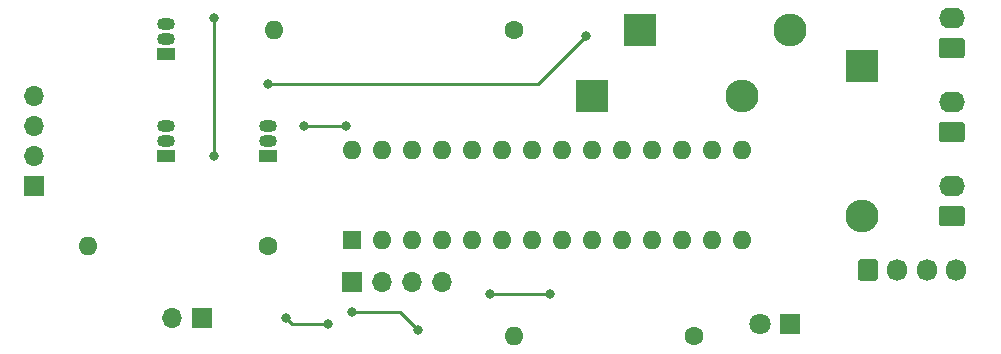
<source format=gbr>
%TF.GenerationSoftware,KiCad,Pcbnew,5.1.6-c6e7f7d~86~ubuntu16.04.1*%
%TF.CreationDate,2020-06-21T16:49:51-03:00*%
%TF.ProjectId,coolercontroller,636f6f6c-6572-4636-9f6e-74726f6c6c65,rev?*%
%TF.SameCoordinates,Original*%
%TF.FileFunction,Copper,L2,Bot*%
%TF.FilePolarity,Positive*%
%FSLAX46Y46*%
G04 Gerber Fmt 4.6, Leading zero omitted, Abs format (unit mm)*
G04 Created by KiCad (PCBNEW 5.1.6-c6e7f7d~86~ubuntu16.04.1) date 2020-06-21 16:49:51*
%MOMM*%
%LPD*%
G01*
G04 APERTURE LIST*
%TA.AperFunction,ComponentPad*%
%ADD10O,2.190000X1.740000*%
%TD*%
%TA.AperFunction,ComponentPad*%
%ADD11O,1.700000X1.700000*%
%TD*%
%TA.AperFunction,ComponentPad*%
%ADD12R,1.700000X1.700000*%
%TD*%
%TA.AperFunction,ComponentPad*%
%ADD13O,1.600000X1.600000*%
%TD*%
%TA.AperFunction,ComponentPad*%
%ADD14C,1.600000*%
%TD*%
%TA.AperFunction,ComponentPad*%
%ADD15R,1.500000X1.050000*%
%TD*%
%TA.AperFunction,ComponentPad*%
%ADD16O,1.500000X1.050000*%
%TD*%
%TA.AperFunction,ComponentPad*%
%ADD17R,1.600000X1.600000*%
%TD*%
%TA.AperFunction,ComponentPad*%
%ADD18O,2.800000X2.800000*%
%TD*%
%TA.AperFunction,ComponentPad*%
%ADD19R,2.800000X2.800000*%
%TD*%
%TA.AperFunction,ComponentPad*%
%ADD20C,1.800000*%
%TD*%
%TA.AperFunction,ComponentPad*%
%ADD21R,1.800000X1.800000*%
%TD*%
%TA.AperFunction,ComponentPad*%
%ADD22O,1.700000X1.850000*%
%TD*%
%TA.AperFunction,ViaPad*%
%ADD23C,0.800000*%
%TD*%
%TA.AperFunction,Conductor*%
%ADD24C,0.250000*%
%TD*%
G04 APERTURE END LIST*
D10*
%TO.P,P6,2*%
%TO.N,Net-(D4-Pad2)*%
X153924000Y-142240000D03*
%TO.P,P6,1*%
%TO.N,+12V*%
%TA.AperFunction,ComponentPad*%
G36*
G01*
X154769001Y-145650000D02*
X153078999Y-145650000D01*
G75*
G02*
X152829000Y-145400001I0J249999D01*
G01*
X152829000Y-144159999D01*
G75*
G02*
X153078999Y-143910000I249999J0D01*
G01*
X154769001Y-143910000D01*
G75*
G02*
X155019000Y-144159999I0J-249999D01*
G01*
X155019000Y-145400001D01*
G75*
G02*
X154769001Y-145650000I-249999J0D01*
G01*
G37*
%TD.AperFunction*%
%TD*%
%TO.P,P5,2*%
%TO.N,Net-(D3-Pad2)*%
X153924000Y-149352000D03*
%TO.P,P5,1*%
%TO.N,+12V*%
%TA.AperFunction,ComponentPad*%
G36*
G01*
X154769001Y-152762000D02*
X153078999Y-152762000D01*
G75*
G02*
X152829000Y-152512001I0J249999D01*
G01*
X152829000Y-151271999D01*
G75*
G02*
X153078999Y-151022000I249999J0D01*
G01*
X154769001Y-151022000D01*
G75*
G02*
X155019000Y-151271999I0J-249999D01*
G01*
X155019000Y-152512001D01*
G75*
G02*
X154769001Y-152762000I-249999J0D01*
G01*
G37*
%TD.AperFunction*%
%TD*%
%TO.P,P4,2*%
%TO.N,Net-(D2-Pad2)*%
X153924000Y-156464000D03*
%TO.P,P4,1*%
%TO.N,+12V*%
%TA.AperFunction,ComponentPad*%
G36*
G01*
X154769001Y-159874000D02*
X153078999Y-159874000D01*
G75*
G02*
X152829000Y-159624001I0J249999D01*
G01*
X152829000Y-158383999D01*
G75*
G02*
X153078999Y-158134000I249999J0D01*
G01*
X154769001Y-158134000D01*
G75*
G02*
X155019000Y-158383999I0J-249999D01*
G01*
X155019000Y-159624001D01*
G75*
G02*
X154769001Y-159874000I-249999J0D01*
G01*
G37*
%TD.AperFunction*%
%TD*%
D11*
%TO.P,P3,4*%
%TO.N,GND*%
X110744000Y-164592000D03*
%TO.P,P3,3*%
%TO.N,Net-(IC1-Pad2)*%
X108204000Y-164592000D03*
%TO.P,P3,2*%
%TO.N,Net-(IC1-Pad3)*%
X105664000Y-164592000D03*
D12*
%TO.P,P3,1*%
%TO.N,VCC*%
X103124000Y-164592000D03*
%TD*%
D11*
%TO.P,P2,4*%
%TO.N,GND*%
X76200000Y-148844000D03*
%TO.P,P2,3*%
%TO.N,Net-(IC1-Pad14)*%
X76200000Y-151384000D03*
%TO.P,P2,2*%
%TO.N,Net-(IC1-Pad13)*%
X76200000Y-153924000D03*
D12*
%TO.P,P2,1*%
%TO.N,VCC*%
X76200000Y-156464000D03*
%TD*%
D11*
%TO.P,J1,2*%
%TO.N,GND*%
X87884000Y-167640000D03*
D12*
%TO.P,J1,1*%
%TO.N,Net-(IC1-Pad1)*%
X90424000Y-167640000D03*
%TD*%
D13*
%TO.P,R2,2*%
%TO.N,VCC*%
X80772000Y-161544000D03*
D14*
%TO.P,R2,1*%
%TO.N,Net-(IC1-Pad1)*%
X96012000Y-161544000D03*
%TD*%
D13*
%TO.P,R1,2*%
%TO.N,GND*%
X116840000Y-169164000D03*
D14*
%TO.P,R1,1*%
%TO.N,Net-(D1-Pad2)*%
X132080000Y-169164000D03*
%TD*%
D15*
%TO.P,Q3,1*%
%TO.N,Net-(D4-Pad2)*%
X96012000Y-153924000D03*
D16*
%TO.P,Q3,3*%
%TO.N,GND*%
X96012000Y-151384000D03*
%TO.P,Q3,2*%
%TO.N,Net-(Q1-Pad2)*%
X96012000Y-152654000D03*
%TD*%
D15*
%TO.P,Q2,1*%
%TO.N,Net-(D3-Pad2)*%
X87376000Y-145288000D03*
D16*
%TO.P,Q2,3*%
%TO.N,GND*%
X87376000Y-142748000D03*
%TO.P,Q2,2*%
%TO.N,Net-(Q1-Pad2)*%
X87376000Y-144018000D03*
%TD*%
D15*
%TO.P,Q1,1*%
%TO.N,Net-(D2-Pad2)*%
X87376000Y-153924000D03*
D16*
%TO.P,Q1,3*%
%TO.N,GND*%
X87376000Y-151384000D03*
%TO.P,Q1,2*%
%TO.N,Net-(Q1-Pad2)*%
X87376000Y-152654000D03*
%TD*%
D13*
%TO.P,IC1,28*%
%TO.N,Net-(IC1-Pad28)*%
X103124000Y-153416000D03*
%TO.P,IC1,14*%
%TO.N,Net-(IC1-Pad14)*%
X136144000Y-161036000D03*
%TO.P,IC1,27*%
%TO.N,Net-(IC1-Pad27)*%
X105664000Y-153416000D03*
%TO.P,IC1,13*%
%TO.N,Net-(IC1-Pad13)*%
X133604000Y-161036000D03*
%TO.P,IC1,26*%
%TO.N,Net-(IC1-Pad26)*%
X108204000Y-153416000D03*
%TO.P,IC1,12*%
%TO.N,Net-(IC1-Pad12)*%
X131064000Y-161036000D03*
%TO.P,IC1,25*%
%TO.N,Net-(IC1-Pad25)*%
X110744000Y-153416000D03*
%TO.P,IC1,11*%
%TO.N,Net-(IC1-Pad11)*%
X128524000Y-161036000D03*
%TO.P,IC1,24*%
%TO.N,Net-(IC1-Pad24)*%
X113284000Y-153416000D03*
%TO.P,IC1,10*%
%TO.N,Net-(IC1-Pad10)*%
X125984000Y-161036000D03*
%TO.P,IC1,23*%
%TO.N,Net-(IC1-Pad23)*%
X115824000Y-153416000D03*
%TO.P,IC1,9*%
%TO.N,Net-(IC1-Pad9)*%
X123444000Y-161036000D03*
%TO.P,IC1,22*%
%TO.N,GND*%
X118364000Y-153416000D03*
%TO.P,IC1,8*%
X120904000Y-161036000D03*
%TO.P,IC1,21*%
%TO.N,Net-(IC1-Pad21)*%
X120904000Y-153416000D03*
%TO.P,IC1,7*%
%TO.N,VCC*%
X118364000Y-161036000D03*
%TO.P,IC1,20*%
%TO.N,Net-(IC1-Pad20)*%
X123444000Y-153416000D03*
%TO.P,IC1,6*%
%TO.N,Net-(IC1-Pad6)*%
X115824000Y-161036000D03*
%TO.P,IC1,19*%
%TO.N,Net-(IC1-Pad19)*%
X125984000Y-153416000D03*
%TO.P,IC1,5*%
%TO.N,Net-(IC1-Pad5)*%
X113284000Y-161036000D03*
%TO.P,IC1,18*%
%TO.N,Net-(IC1-Pad18)*%
X128524000Y-153416000D03*
%TO.P,IC1,4*%
%TO.N,Net-(IC1-Pad4)*%
X110744000Y-161036000D03*
%TO.P,IC1,17*%
%TO.N,Net-(IC1-Pad17)*%
X131064000Y-153416000D03*
%TO.P,IC1,3*%
%TO.N,Net-(IC1-Pad3)*%
X108204000Y-161036000D03*
%TO.P,IC1,16*%
%TO.N,Net-(IC1-Pad16)*%
X133604000Y-153416000D03*
%TO.P,IC1,2*%
%TO.N,Net-(IC1-Pad2)*%
X105664000Y-161036000D03*
%TO.P,IC1,15*%
%TO.N,Net-(IC1-Pad15)*%
X136144000Y-153416000D03*
D17*
%TO.P,IC1,1*%
%TO.N,Net-(IC1-Pad1)*%
X103124000Y-161036000D03*
%TD*%
D18*
%TO.P,D4,2*%
%TO.N,Net-(D4-Pad2)*%
X140208000Y-143256000D03*
D19*
%TO.P,D4,1*%
%TO.N,+12V*%
X127508000Y-143256000D03*
%TD*%
D18*
%TO.P,D3,2*%
%TO.N,Net-(D3-Pad2)*%
X136144000Y-148844000D03*
D19*
%TO.P,D3,1*%
%TO.N,+12V*%
X123444000Y-148844000D03*
%TD*%
D18*
%TO.P,D2,2*%
%TO.N,Net-(D2-Pad2)*%
X146304000Y-159004000D03*
D19*
%TO.P,D2,1*%
%TO.N,+12V*%
X146304000Y-146304000D03*
%TD*%
D20*
%TO.P,D1,2*%
%TO.N,Net-(D1-Pad2)*%
X137668000Y-168148000D03*
D21*
%TO.P,D1,1*%
%TO.N,VCC*%
X140208000Y-168148000D03*
%TD*%
%TO.P,P1,1*%
%TO.N,VCC*%
%TA.AperFunction,ComponentPad*%
G36*
G01*
X145962000Y-164251000D02*
X145962000Y-162901000D01*
G75*
G02*
X146212000Y-162651000I250000J0D01*
G01*
X147412000Y-162651000D01*
G75*
G02*
X147662000Y-162901000I0J-250000D01*
G01*
X147662000Y-164251000D01*
G75*
G02*
X147412000Y-164501000I-250000J0D01*
G01*
X146212000Y-164501000D01*
G75*
G02*
X145962000Y-164251000I0J250000D01*
G01*
G37*
%TD.AperFunction*%
D22*
%TO.P,P1,2*%
%TO.N,GND*%
X149312000Y-163576000D03*
%TO.P,P1,3*%
X151812000Y-163576000D03*
%TO.P,P1,4*%
%TO.N,+12V*%
X154312000Y-163576000D03*
%TD*%
D14*
%TO.P,R3,1*%
%TO.N,Net-(IC1-Pad17)*%
X116840000Y-143256000D03*
D13*
%TO.P,R3,2*%
%TO.N,Net-(Q1-Pad2)*%
X96520000Y-143256000D03*
%TD*%
D23*
%TO.N,VCC*%
X103124000Y-167132000D03*
X119888000Y-165608000D03*
X114817001Y-165598999D03*
X108712000Y-168656000D03*
%TO.N,Net-(D3-Pad2)*%
X122936000Y-143764000D03*
X96012000Y-147828000D03*
%TO.N,Net-(D4-Pad2)*%
X91440000Y-153924000D03*
X91440000Y-142240000D03*
%TO.N,GND*%
X102616000Y-151384000D03*
X99060000Y-151384000D03*
%TO.N,Net-(IC1-Pad2)*%
X101092000Y-168148000D03*
X97536000Y-167640000D03*
%TD*%
D24*
%TO.N,VCC*%
X114826002Y-165608000D02*
X114817001Y-165598999D01*
X119888000Y-165608000D02*
X114826002Y-165608000D01*
X107188000Y-167132000D02*
X108712000Y-168656000D01*
X103124000Y-167132000D02*
X107188000Y-167132000D01*
%TO.N,Net-(D3-Pad2)*%
X118872000Y-147828000D02*
X122936000Y-143764000D01*
X96012000Y-147828000D02*
X118872000Y-147828000D01*
%TO.N,Net-(D4-Pad2)*%
X91440000Y-142240000D02*
X91440000Y-153924000D01*
%TO.N,GND*%
X99060000Y-151384000D02*
X102616000Y-151384000D01*
%TO.N,Net-(IC1-Pad2)*%
X98044000Y-168148000D02*
X97536000Y-167640000D01*
X101092000Y-168148000D02*
X98044000Y-168148000D01*
%TD*%
M02*

</source>
